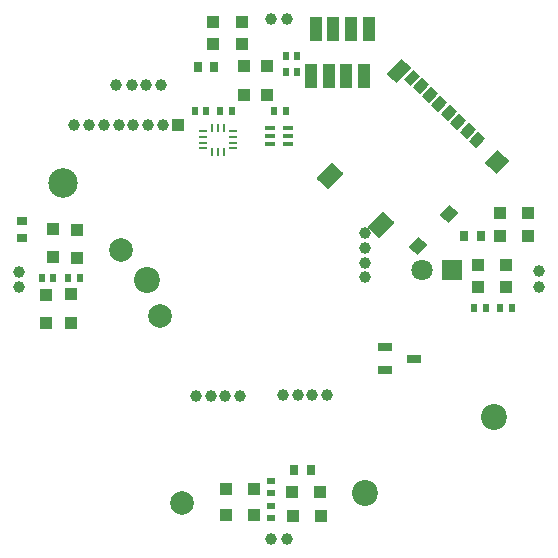
<source format=gbs>
%TF.GenerationSoftware,KiCad,Pcbnew,9.0.4*%
%TF.CreationDate,2026-01-16T13:37:39-08:00*%
%TF.ProjectId,u_anemometer,755f616e-656d-46f6-9d65-7465722e6b69,rev?*%
%TF.SameCoordinates,Original*%
%TF.FileFunction,Soldermask,Bot*%
%TF.FilePolarity,Negative*%
%FSLAX46Y46*%
G04 Gerber Fmt 4.6, Leading zero omitted, Abs format (unit mm)*
G04 Created by KiCad (PCBNEW 9.0.4) date 2026-01-16 13:37:39*
%MOMM*%
%LPD*%
G01*
G04 APERTURE LIST*
G04 Aperture macros list*
%AMFreePoly0*
4,1,5,0.425000,-0.550000,-0.425000,-0.550000,-0.425000,0.550000,0.425000,0.550000,0.425000,-0.550000,0.425000,-0.550000,$1*%
%AMFreePoly1*
4,1,5,0.425500,-0.549500,-0.424500,-0.549501,-0.424500,0.550500,0.425501,0.550500,0.425500,-0.549500,0.425500,-0.549500,$1*%
%AMFreePoly2*
4,1,5,0.425500,-0.550000,-0.424500,-0.550000,-0.424500,0.549999,0.425500,0.550000,0.425500,-0.550000,0.425500,-0.550000,$1*%
%AMFreePoly3*
4,1,5,0.375000,-0.550000,-0.375000,-0.550000,-0.375000,0.550000,0.375000,0.550000,0.375000,-0.550000,0.375000,-0.550000,$1*%
%AMFreePoly4*
4,1,5,0.585000,-0.900000,-0.585000,-0.900000,-0.585000,0.900000,0.585000,0.900000,0.585000,-0.900000,0.585000,-0.900000,$1*%
%AMFreePoly5*
4,1,5,0.950000,-0.675000,-0.950000,-0.675000,-0.950000,0.675000,0.950000,0.675000,0.950000,-0.675000,0.950000,-0.675000,$1*%
%AMFreePoly6*
4,1,5,0.950500,-0.675000,-0.949500,-0.675000,-0.949500,0.674999,0.950500,0.675000,0.950500,-0.675000,0.950500,-0.675000,$1*%
%AMFreePoly7*
4,1,5,0.600000,-0.500000,-0.600000,-0.500000,-0.600000,0.500000,0.600000,0.500000,0.600000,-0.500000,0.600000,-0.500000,$1*%
%AMFreePoly8*
4,1,5,0.775000,-0.675000,-0.775000,-0.675000,-0.775000,0.675000,0.775000,0.675000,0.775000,-0.675000,0.775000,-0.675000,$1*%
G04 Aperture macros list end*
%ADD10C,2.200000*%
%ADD11R,1.000000X1.000000*%
%ADD12C,1.000000*%
%ADD13C,2.000000*%
%ADD14C,2.500000*%
%ADD15R,1.800000X1.800000*%
%ADD16C,1.800000*%
%ADD17R,0.500000X0.800000*%
%ADD18R,0.950000X0.400000*%
%ADD19R,0.800000X0.900000*%
%ADD20R,1.000000X2.000000*%
%ADD21R,0.800000X0.500000*%
%ADD22R,1.250000X0.700000*%
%ADD23R,0.900000X0.800000*%
%ADD24FreePoly0,136.000000*%
%ADD25FreePoly1,136.000000*%
%ADD26FreePoly2,136.000000*%
%ADD27FreePoly3,136.000000*%
%ADD28FreePoly4,136.000000*%
%ADD29FreePoly5,46.000000*%
%ADD30FreePoly6,46.000000*%
%ADD31FreePoly7,46.000000*%
%ADD32FreePoly8,46.000000*%
%ADD33R,0.675000X0.250000*%
%ADD34R,0.250000X0.675000*%
G04 APERTURE END LIST*
D10*
%TO.C,REF\u002A\u002A*%
X168200000Y-121700000D03*
%TD*%
%TO.C,REF\u002A\u002A*%
X138800000Y-110100000D03*
%TD*%
%TO.C,REF\u002A\u002A*%
X157300000Y-128100000D03*
%TD*%
D11*
%TO.C,SPI1*%
X141425000Y-97000000D03*
D12*
X140175000Y-97000000D03*
X138925000Y-97000000D03*
X137675000Y-97000000D03*
X136425000Y-97000000D03*
X135175000Y-97000000D03*
X133925000Y-97000000D03*
X132675000Y-97000000D03*
%TD*%
%TO.C,UART1*%
X150325500Y-119850000D03*
X151575000Y-119850000D03*
X152784000Y-119850000D03*
X154074500Y-119850000D03*
%TD*%
D13*
%TO.C,*%
X139900000Y-113100000D03*
%TD*%
D12*
%TO.C,WEST1*%
X128000000Y-110690000D03*
X128000000Y-109410000D03*
%TD*%
D13*
%TO.C,*%
X136600000Y-107550000D03*
%TD*%
%TO.C,*%
X141751500Y-129001000D03*
%TD*%
D12*
%TO.C,I2C1*%
X157250000Y-109874500D03*
X157250000Y-108625000D03*
X157250000Y-107416000D03*
X157250000Y-106125500D03*
%TD*%
%TO.C,SOUTH1*%
X149360000Y-88000000D03*
X150640000Y-88000000D03*
%TD*%
%TO.C,CAN1*%
X139974500Y-93550000D03*
X138725000Y-93550000D03*
X137516000Y-93550000D03*
X136225500Y-93550000D03*
%TD*%
%TO.C,NORTH1*%
X150640000Y-132000000D03*
X149360000Y-132000000D03*
%TD*%
%TO.C,EAST1*%
X172000000Y-109360000D03*
X172000000Y-110640000D03*
%TD*%
D14*
%TO.C,*%
X131750000Y-101900000D03*
%TD*%
D12*
%TO.C,UART2*%
X142975500Y-119900000D03*
X144225000Y-119900000D03*
X145434000Y-119900000D03*
X146724500Y-119900000D03*
%TD*%
D15*
%TO.C,BAT1*%
X164620000Y-109200000D03*
D16*
X162080000Y-109200000D03*
%TD*%
D17*
%TO.C,R26*%
X129900000Y-109900000D03*
X130900000Y-109900000D03*
%TD*%
D18*
%TO.C,U10*%
X149275000Y-98550000D03*
X149275000Y-97900000D03*
X149275000Y-97250000D03*
X150725000Y-97250000D03*
X150725000Y-97900000D03*
X150725000Y-98550000D03*
%TD*%
D19*
%TO.C,C32*%
X144500000Y-92050000D03*
X143100000Y-92050000D03*
%TD*%
D11*
%TO.C,D14*%
X130300000Y-111350000D03*
X130300000Y-113750000D03*
%TD*%
D17*
%TO.C,C52*%
X146000000Y-95800000D03*
X145000000Y-95800000D03*
%TD*%
D20*
%TO.C,UART3*%
X153100000Y-88850000D03*
X154600000Y-88850000D03*
X156100000Y-88850000D03*
X157600000Y-88850000D03*
%TD*%
D17*
%TO.C,C26*%
X166500000Y-112451000D03*
X167500000Y-112451000D03*
%TD*%
D21*
%TO.C,C46*%
X149350000Y-127100000D03*
X149350000Y-128100000D03*
%TD*%
D17*
%TO.C,R12*%
X169699000Y-112449000D03*
X168699000Y-112449000D03*
%TD*%
D20*
%TO.C,SWD1*%
X152700000Y-92850000D03*
X154200000Y-92850000D03*
X155700000Y-92850000D03*
X157200000Y-92850000D03*
%TD*%
D11*
%TO.C,D6*%
X169250000Y-108850000D03*
X166850000Y-108850000D03*
%TD*%
D22*
%TO.C,Q3*%
X158950000Y-117700000D03*
X158950000Y-115800000D03*
X161449500Y-116750000D03*
%TD*%
D11*
%TO.C,D16*%
X153550000Y-130100000D03*
X151150000Y-130100000D03*
%TD*%
%TO.C,D11*%
X147000500Y-94400000D03*
X147000500Y-92000000D03*
%TD*%
%TO.C,D17*%
X151100000Y-128000000D03*
X153500000Y-128000000D03*
%TD*%
%TO.C,D5*%
X168675500Y-106375000D03*
X171075500Y-106375000D03*
%TD*%
D21*
%TO.C,R36*%
X149300000Y-130250000D03*
X149300000Y-129250000D03*
%TD*%
D17*
%TO.C,C53*%
X150550500Y-95750500D03*
X149550500Y-95750500D03*
%TD*%
%TO.C,C40*%
X133150000Y-109900000D03*
X132150000Y-109900000D03*
%TD*%
D11*
%TO.C,D19*%
X145500000Y-127750000D03*
X147900000Y-127750000D03*
%TD*%
%TO.C,D10*%
X148951000Y-92000000D03*
X148951000Y-94400000D03*
%TD*%
D23*
%TO.C,C34*%
X128200000Y-105100000D03*
X128200000Y-106500000D03*
%TD*%
D17*
%TO.C,C33*%
X151550000Y-92450000D03*
X150550000Y-92450000D03*
%TD*%
D11*
%TO.C,D13*%
X132900000Y-105850000D03*
X132900000Y-108250000D03*
%TD*%
%TO.C,D4*%
X171101000Y-104399000D03*
X168701000Y-104399000D03*
%TD*%
D17*
%TO.C,C51*%
X143850000Y-95800000D03*
X142850000Y-95800000D03*
%TD*%
D11*
%TO.C,D8*%
X146850000Y-88250000D03*
X144450000Y-88250000D03*
%TD*%
%TO.C,D15*%
X132350000Y-113700000D03*
X132350000Y-111300000D03*
%TD*%
D24*
%TO.C,SD1*%
X166748784Y-98268698D03*
X165957510Y-97504573D03*
D25*
X165165529Y-96740461D03*
D26*
X164374603Y-95975978D03*
X163583329Y-95211853D03*
D25*
X162791708Y-94448089D03*
D26*
X162000781Y-93683605D03*
D27*
X161245834Y-92954561D03*
D28*
X160132302Y-92365793D03*
D29*
X154312419Y-101307561D03*
D30*
X158606518Y-105454324D03*
D31*
X161801859Y-107184619D03*
X164372095Y-104523062D03*
D32*
X168431527Y-100067475D03*
%TD*%
D11*
%TO.C,D7*%
X166850000Y-110650000D03*
X169250000Y-110650000D03*
%TD*%
%TO.C,D18*%
X147900000Y-129950000D03*
X145500000Y-129950000D03*
%TD*%
D19*
%TO.C,C24*%
X167100000Y-106400000D03*
X165700000Y-106400000D03*
%TD*%
D11*
%TO.C,D9*%
X144450000Y-90100000D03*
X146850000Y-90100000D03*
%TD*%
%TO.C,D12*%
X130850000Y-108150000D03*
X130850000Y-105750000D03*
%TD*%
D33*
%TO.C,U9*%
X143587500Y-98950000D03*
X143587500Y-98450000D03*
X143587500Y-97950000D03*
X143587500Y-97450000D03*
D34*
X144350000Y-97187000D03*
X144850000Y-97187000D03*
X145350000Y-97187000D03*
D33*
X146112500Y-97450000D03*
X146112500Y-97950000D03*
X146112500Y-98450000D03*
X146112500Y-98950000D03*
D34*
X145350000Y-99213000D03*
X144850000Y-99213000D03*
X144350000Y-99213000D03*
%TD*%
D17*
%TO.C,R21*%
X151550000Y-91100000D03*
X150550000Y-91100000D03*
%TD*%
D19*
%TO.C,C44*%
X151300000Y-126200000D03*
X152700000Y-126200000D03*
%TD*%
M02*

</source>
